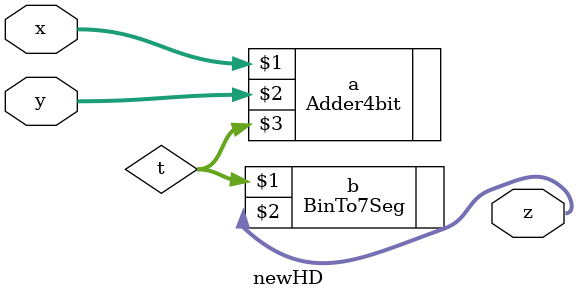
<source format=v>
`timescale 1ns / 1ps
module newHD(x, y, z);
    input [3:0] x;
    input [3:0] y;
    output [6:0] z;
	 wire [3:0] t;
	 Adder4bit a(x, y, t);
	 BinTo7Seg b(t, z);

endmodule

</source>
